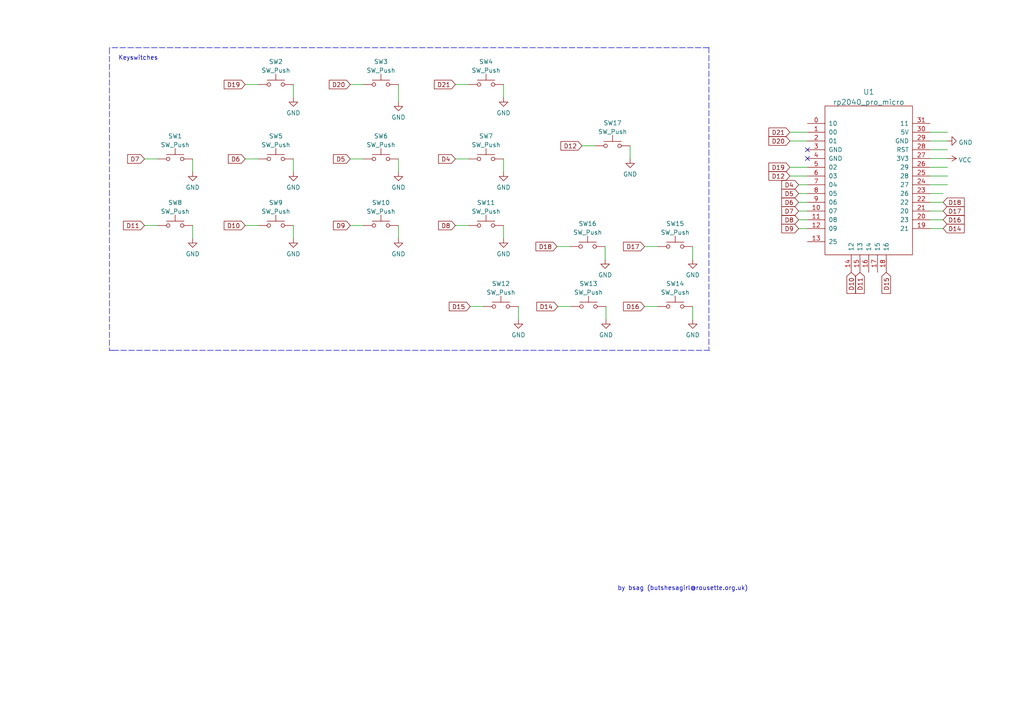
<source format=kicad_sch>
(kicad_sch (version 20211123) (generator eeschema)
  (paper "A4")
  (title_block (title "Nine Nice!Nano") (date "2022-11-12") (rev "v1"))
  (lib_symbols
    (symbol "Matt2Symbols:rp2040_pro_micro_2x13" (pin_names (offset 1.016))
      (property "Reference" "U1" (at 0 26.9441 0))
      (property "Value" "rp2040_pro_micro_2x13" (at 0 23.9507 0))
      (symbol "rp2040_pro_micro_2x13_0_1"
        (rectangle (start -12.7 21.59) (end 12.7 -21.59))
      )
      (symbol "rp2040_pro_micro_2x13_1_1"
        (pin input line (at -17.78 16.51 0) (length 5.08) (name "10") (number "0"))
        (pin input line (at -17.78 13.97 0) (length 5.08) (name "00") (number "1"))
        (pin input line (at -17.78 -8.89 0) (length 5.08) (name "07") (number "10"))
        (pin input line (at -17.78 -11.43 0) (length 5.08) (name "08") (number "11"))
        (pin input line (at -17.78 -13.97 0) (length 5.08) (name "09") (number "12"))
        (pin input line (at -17.78 -17.78 0) (length 5.08) (name "25") (number "13"))
        (pin input line (at -5.08 -26.67 90) (length 5.08) (name "12") (number "14"))
        (pin input line (at -2.54 -26.67 90) (length 5.08) (name "13") (number "15"))
        (pin input line (at 0 -26.67 90) (length 5.08) (name "14") (number "16"))
        (pin input line (at 2.54 -26.67 90) (length 5.08) (name "15") (number "17"))
        (pin input line (at 5.08 -26.67 90) (length 5.08) (name "16") (number "18"))
        (pin input line (at 17.78 -13.97 180) (length 5.08) (name "21") (number "19"))
        (pin input line (at -17.78 11.43 0) (length 5.08) (name "01") (number "2"))
        (pin input line (at 17.78 -11.43 180) (length 5.08) (name "23") (number "20"))
        (pin input line (at 17.78 -8.89 180) (length 5.08) (name "20") (number "21"))
        (pin input line (at 17.78 -6.35 180) (length 5.08) (name "22") (number "22"))
        (pin input line (at 17.78 -3.81 180) (length 5.08) (name "26") (number "23"))
        (pin input line (at 17.78 -1.27 180) (length 5.08) (name "27") (number "24"))
        (pin input line (at 17.78 1.27 180) (length 5.08) (name "28") (number "25"))
        (pin input line (at 17.78 3.81 180) (length 5.08) (name "29") (number "26"))
        (pin input line (at 17.78 6.35 180) (length 5.08) (name "3V3") (number "27"))
        (pin input line (at 17.78 8.89 180) (length 5.08) (name "RST") (number "28"))
        (pin input line (at 17.78 11.43 180) (length 5.08) (name "GND") (number "29"))
        (pin input line (at -17.78 8.89 0) (length 5.08) (name "GND") (number "3"))
        (pin input line (at 17.78 13.97 180) (length 5.08) (name "5V") (number "30"))
        (pin input line (at 17.78 16.51 180) (length 5.08) (name "11") (number "31"))
        (pin input line (at -17.78 6.35 0) (length 5.08) (name "GND") (number "4"))
        (pin input line (at -17.78 3.81 0) (length 5.08) (name "02") (number "5"))
        (pin input line (at -17.78 1.27 0) (length 5.08) (name "03") (number "6"))
        (pin input line (at -17.78 -1.27 0) (length 5.08) (name "04") (number "7"))
        (pin input line (at -17.78 -3.81 0) (length 5.08) (name "05") (number "8"))
        (pin input line (at -17.78 -6.35 0) (length 5.08) (name "06") (number "9"))
      )
    )
    (symbol "Switch:SW_Push" (pin_numbers hide) (pin_names (offset 1.016) hide)
      (property "Reference" "SW" (at 1.27 2.54 0))
      (property "Value" "SW_Push" (at 0 -1.524 0))
      (symbol "SW_Push_0_1"
        (circle (center -2.032 0) (radius 0.508))
        (polyline (pts (xy 0 1.27) (xy 0 3.048)))
        (polyline (pts (xy 2.54 1.27) (xy -2.54 1.27)))
        (circle (center 2.032 0) (radius 0.508))
        (pin passive line (at -5.08 0 0) (length 2.54) (name "1") (number "1"))
        (pin passive line (at 5.08 0 180) (length 2.54) (name "2") (number "2"))
      )
    )
    (symbol "power:GND" (power) (pin_names (offset 0))
      (property "Value" "GND" (at 0 -3.81 0))
      (symbol "GND_0_1"
        (polyline (pts (xy 0 0) (xy 0 -1.27) (xy 1.27 -1.27) (xy 0 -2.54) (xy -1.27 -1.27) (xy 0 -1.27)))
      )
      (symbol "GND_1_1"
        (pin power_in line (at 0 0 270) (length 0) hide (name "GND") (number "1"))
      )
    )
    (symbol "power:VCC" (power) (pin_names (offset 0))
      (property "Value" "VCC" (at 0 3.81 0))
      (symbol "VCC_0_1"
        (polyline (pts (xy -0.762 1.27) (xy 0 2.54)))
        (polyline (pts (xy 0 0) (xy 0 2.54)))
        (polyline (pts (xy 0 2.54) (xy 0.762 1.27)))
      )
      (symbol "VCC_1_1"
        (pin power_in line (at 0 0 90) (length 0) hide (name "VCC") (number "1"))
      )
    )
  )
  (no_connect (at 234.188 43.434))
  (no_connect (at 234.188 45.974))
  (wire (pts (xy 200.914 88.9) (xy 200.914 92.71)))
  (wire (pts (xy 101.6 65.405) (xy 105.41 65.405)))
  (wire (pts (xy 146.05 46.101) (xy 146.05 49.911)))
  (wire (pts (xy 231.648 58.674) (xy 234.188 58.674)))
  (polyline (pts (xy 31.75 101.6) (xy 33.02 101.6)))
  (wire (pts (xy 41.91 65.405) (xy 45.72 65.405)))
  (wire (pts (xy 269.748 56.134) (xy 273.558 56.134)))
  (wire (pts (xy 115.57 46.101) (xy 115.57 49.911)))
  (wire (pts (xy 168.783 42.291) (xy 172.593 42.291)))
  (wire (pts (xy 150.368 88.9) (xy 150.368 92.71)))
  (wire (pts (xy 269.748 43.434) (xy 274.828 43.434)))
  (wire (pts (xy 231.648 56.134) (xy 234.188 56.134)))
  (wire (pts (xy 269.748 61.214) (xy 273.558 61.214)))
  (wire (pts (xy 269.748 48.514) (xy 274.828 48.514)))
  (wire (pts (xy 41.91 46.101) (xy 45.72 46.101)))
  (wire (pts (xy 269.748 45.974) (xy 274.828 45.974)))
  (wire (pts (xy 85.09 46.101) (xy 85.09 49.911)))
  (wire (pts (xy 234.188 51.054) (xy 229.108 51.054)))
  (wire (pts (xy 132.08 46.101) (xy 135.89 46.101)))
  (wire (pts (xy 269.748 66.294) (xy 273.558 66.294)))
  (wire (pts (xy 229.108 38.354) (xy 234.188 38.354)))
  (polyline (pts (xy 31.75 13.97) (xy 31.75 101.6)))
  (wire (pts (xy 161.544 71.501) (xy 165.354 71.501)))
  (wire (pts (xy 269.748 40.894) (xy 274.828 40.894)))
  (wire (pts (xy 101.6 46.101) (xy 105.41 46.101)))
  (wire (pts (xy 132.08 24.511) (xy 135.89 24.511)))
  (wire (pts (xy 55.88 46.101) (xy 55.88 49.911)))
  (wire (pts (xy 269.748 53.594) (xy 274.828 53.594)))
  (wire (pts (xy 146.05 24.511) (xy 146.05 28.321)))
  (wire (pts (xy 231.648 61.214) (xy 234.188 61.214)))
  (wire (pts (xy 269.748 63.754) (xy 273.558 63.754)))
  (polyline (pts (xy 205.613 13.716) (xy 205.613 101.346)))
  (polyline (pts (xy 205.613 13.843) (xy 31.75 13.843)))
  (wire (pts (xy 71.12 46.101) (xy 74.93 46.101)))
  (wire (pts (xy 85.09 65.405) (xy 85.09 69.215)))
  (wire (pts (xy 132.08 65.405) (xy 135.89 65.405)))
  (wire (pts (xy 175.514 71.501) (xy 175.514 75.311)))
  (wire (pts (xy 146.05 65.405) (xy 146.05 69.215)))
  (wire (pts (xy 136.398 88.9) (xy 140.208 88.9)))
  (wire (pts (xy 186.944 71.501) (xy 190.754 71.501)))
  (wire (pts (xy 269.748 58.674) (xy 273.558 58.674)))
  (wire (pts (xy 229.108 48.514) (xy 234.188 48.514)))
  (wire (pts (xy 182.753 42.291) (xy 182.753 46.101)))
  (wire (pts (xy 55.88 65.405) (xy 55.88 69.215)))
  (wire (pts (xy 71.12 65.405) (xy 74.93 65.405)))
  (wire (pts (xy 71.12 24.511) (xy 74.93 24.511)))
  (wire (pts (xy 85.09 24.511) (xy 85.09 28.321)))
  (wire (pts (xy 186.944 88.9) (xy 190.754 88.9)))
  (wire (pts (xy 231.648 53.594) (xy 234.188 53.594)))
  (wire (pts (xy 175.768 88.9) (xy 175.768 92.71)))
  (wire (pts (xy 101.6 24.511) (xy 105.41 24.511)))
  (wire (pts (xy 269.748 51.054) (xy 274.828 51.054)))
  (wire (pts (xy 115.57 65.405) (xy 115.57 69.215)))
  (wire (pts (xy 231.648 63.754) (xy 234.188 63.754)))
  (polyline (pts (xy 205.867 101.6) (xy 31.75 101.6)))
  (wire (pts (xy 161.798 88.9) (xy 165.608 88.9)))
  (wire (pts (xy 269.748 38.354) (xy 274.828 38.354)))
  (wire (pts (xy 231.648 66.294) (xy 234.188 66.294)))
  (wire (pts (xy 229.108 40.894) (xy 234.188 40.894)))
  (wire (pts (xy 115.57 24.511) (xy 115.57 29.591)))
  (wire (pts (xy 200.914 71.501) (xy 200.914 75.311)))
  (text "by bsag (butshesagirl@rousette.org.uk)" (at 179.07 171.45 0) (effects (font (size 1.27 1.27)) (justify left bottom)))
  (text "Keyswitches" (at 34.29 17.653 0) (effects (font (size 1.27 1.27)) (justify left bottom)))
  (global_label "D14" (shape input) (at 273.558 66.294 0) (property "Intersheet References" "${INTERSHEET_REFS}" (effects hide)))
  (global_label "D17" (shape input) (at 273.558 61.214 0) (property "Intersheet References" "${INTERSHEET_REFS}" (effects hide)))
  (global_label "D7" (shape input) (at 41.91 46.101 180) (property "Intersheet References" "${INTERSHEET_REFS}" (effects hide)))
  (global_label "D7" (shape input) (at 231.648 61.214 180) (property "Intersheet References" "${INTERSHEET_REFS}" (effects hide)))
  (global_label "D19" (shape input) (at 229.108 48.514 180) (property "Intersheet References" "${INTERSHEET_REFS}" (effects hide)))
  (global_label "D9" (shape input) (at 101.6 65.405 180) (property "Intersheet References" "${INTERSHEET_REFS}" (effects hide)))
  (global_label "D18" (shape input) (at 273.558 58.674 0) (property "Intersheet References" "${INTERSHEET_REFS}" (effects hide)))
  (global_label "D8" (shape input) (at 231.648 63.754 180) (property "Intersheet References" "${INTERSHEET_REFS}" (effects hide)))
  (global_label "D4" (shape input) (at 132.08 46.101 180) (property "Intersheet References" "${INTERSHEET_REFS}" (effects hide)))
  (global_label "D16" (shape input) (at 273.558 63.754 0) (property "Intersheet References" "${INTERSHEET_REFS}" (effects hide)))
  (global_label "D10" (shape input) (at 246.888 78.994 270) (property "Intersheet References" "${INTERSHEET_REFS}" (effects hide)))
  (global_label "D5" (shape input) (at 101.6 46.101 180) (property "Intersheet References" "${INTERSHEET_REFS}" (effects hide)))
  (global_label "D15" (shape input) (at 257.048 78.994 270) (property "Intersheet References" "${INTERSHEET_REFS}" (effects hide)))
  (global_label "D10" (shape input) (at 71.12 65.405 180) (property "Intersheet References" "${INTERSHEET_REFS}" (effects hide)))
  (global_label "D14" (shape input) (at 161.798 88.9 180) (property "Intersheet References" "${INTERSHEET_REFS}" (effects hide)))
  (global_label "D11" (shape input) (at 41.91 65.405 180) (property "Intersheet References" "${INTERSHEET_REFS}" (effects hide)))
  (global_label "D9" (shape input) (at 231.648 66.294 180) (property "Intersheet References" "${INTERSHEET_REFS}" (effects hide)))
  (global_label "D15" (shape input) (at 136.398 88.9 180) (property "Intersheet References" "${INTERSHEET_REFS}" (effects hide)))
  (global_label "D16" (shape input) (at 186.944 88.9 180) (property "Intersheet References" "${INTERSHEET_REFS}" (effects hide)))
  (global_label "D11" (shape input) (at 249.428 78.994 270) (property "Intersheet References" "${INTERSHEET_REFS}" (effects hide)))
  (global_label "D4" (shape input) (at 231.648 53.594 180) (property "Intersheet References" "${INTERSHEET_REFS}" (effects hide)))
  (global_label "D19" (shape input) (at 71.12 24.511 180) (property "Intersheet References" "${INTERSHEET_REFS}" (effects hide)))
  (global_label "D18" (shape input) (at 161.544 71.501 180) (property "Intersheet References" "${INTERSHEET_REFS}" (effects hide)))
  (global_label "D20" (shape input) (at 229.108 40.894 180) (property "Intersheet References" "${INTERSHEET_REFS}" (effects hide)))
  (global_label "D21" (shape input) (at 132.08 24.511 180) (property "Intersheet References" "${INTERSHEET_REFS}" (effects hide)))
  (global_label "D17" (shape input) (at 186.944 71.501 180) (property "Intersheet References" "${INTERSHEET_REFS}" (effects hide)))
  (global_label "D8" (shape input) (at 132.08 65.405 180) (property "Intersheet References" "${INTERSHEET_REFS}" (effects hide)))
  (global_label "D20" (shape input) (at 101.6 24.511 180) (property "Intersheet References" "${INTERSHEET_REFS}" (effects hide)))
  (global_label "D12" (shape input) (at 168.783 42.291 180) (property "Intersheet References" "${INTERSHEET_REFS}" (effects hide)))
  (global_label "D5" (shape input) (at 231.648 56.134 180) (property "Intersheet References" "${INTERSHEET_REFS}" (effects hide)))
  (global_label "D6" (shape input) (at 231.648 58.674 180) (property "Intersheet References" "${INTERSHEET_REFS}" (effects hide)))
  (global_label "D12" (shape input) (at 229.108 51.054 180) (property "Intersheet References" "${INTERSHEET_REFS}" (effects hide)))
  (global_label "D6" (shape input) (at 71.12 46.101 180) (property "Intersheet References" "${INTERSHEET_REFS}" (effects hide)))
  (global_label "D21" (shape input) (at 229.108 38.354 180) (property "Intersheet References" "${INTERSHEET_REFS}" (effects hide)))
  (symbol (lib_id "Switch:SW_Push") (at 140.97 24.511 0) (unit 1)
    (property "Reference" "SW4" (at 140.97 17.8902 0))
    (property "Value" "SW_Push" (at 140.97 20.4271 0))
    (property "Footprint" "footprints:pg1350-rev-hs-1U" (effects hide))
  )
  (symbol (lib_id "Switch:SW_Push") (at 140.97 65.405 0) (unit 1)
    (property "Reference" "SW11" (at 140.97 58.7842 0))
    (property "Value" "SW_Push" (at 140.97 61.3211 0))
    (property "Footprint" "footprints:pg1350-rev-hs-1U" (effects hide))
  )
  (symbol (lib_id "power:GND") (at 175.514 75.311 0) (unit 1)
    (property "Reference" "#PWR?" (effects hide))
    (property "Value" "GND" (at 175.514 79.7544 0))
  )
  (symbol (lib_id "Switch:SW_Push") (at 50.8 65.405 0) (unit 1)
    (property "Reference" "SW8" (at 50.8 58.7842 0))
    (property "Value" "SW_Push" (at 50.8 61.3211 0))
    (property "Footprint" "footprints:pg1350-rev-hs-1.25U" (effects hide))
  )
  (symbol (lib_id "power:GND") (at 200.914 92.71 0) (unit 1)
    (property "Reference" "#PWR?" (effects hide))
    (property "Value" "GND" (at 200.914 97.1534 0))
  )
  (symbol (lib_id "Switch:SW_Push") (at 80.01 46.101 0) (unit 1)
    (property "Reference" "SW5" (at 80.01 39.4802 0))
    (property "Value" "SW_Push" (at 80.01 42.0171 0))
    (property "Footprint" "footprints:pg1350-rev-hs-1U" (effects hide))
  )
  (symbol (lib_id "power:GND") (at 85.09 69.215 0) (unit 1)
    (property "Reference" "#PWR?" (effects hide))
    (property "Value" "GND" (at 85.09 73.6584 0))
  )
  (symbol (lib_id "power:GND") (at 115.57 69.215 0) (unit 1)
    (property "Reference" "#PWR?" (effects hide))
    (property "Value" "GND" (at 115.57 73.6584 0))
  )
  (symbol (lib_id "Switch:SW_Push") (at 195.834 71.501 0) (unit 1)
    (property "Reference" "SW15" (at 195.834 64.8802 0))
    (property "Value" "SW_Push" (at 195.834 67.4171 0))
    (property "Footprint" "footprints:pg1350-rev-hs-1.25U" (effects hide))
  )
  (symbol (lib_id "Switch:SW_Push") (at 80.01 24.511 0) (unit 1)
    (property "Reference" "SW2" (at 80.01 17.8902 0))
    (property "Value" "SW_Push" (at 80.01 20.4271 0))
    (property "Footprint" "footprints:pg1350-rev-hs-1U" (effects hide))
  )
  (symbol (lib_id "Switch:SW_Push") (at 110.49 46.101 0) (unit 1)
    (property "Reference" "SW6" (at 110.49 39.4802 0))
    (property "Value" "SW_Push" (at 110.49 42.0171 0))
    (property "Footprint" "footprints:pg1350-rev-hs-1U" (effects hide))
  )
  (symbol (lib_id "power:GND") (at 274.828 40.894 90) (unit 1)
    (property "Reference" "#PWR021" (effects hide))
    (property "Value" "GND" (at 278.003 41.3278 90) (effects (justify right)))
  )
  (symbol (lib_id "Switch:SW_Push") (at 110.49 65.405 0) (unit 1)
    (property "Reference" "SW10" (at 110.49 58.7842 0))
    (property "Value" "SW_Push" (at 110.49 61.3211 0))
    (property "Footprint" "footprints:pg1350-rev-hs-1U" (effects hide))
  )
  (symbol (lib_id "Switch:SW_Push") (at 170.688 88.9 0) (unit 1)
    (property "Reference" "SW13" (at 170.688 82.2792 0))
    (property "Value" "SW_Push" (at 170.688 84.8161 0))
    (property "Footprint" "footprints:pg1350-rev-hs-1.25U" (effects hide))
  )
  (symbol (lib_id "power:GND") (at 146.05 28.321 0) (unit 1)
    (property "Reference" "#PWR010" (effects hide))
    (property "Value" "GND" (at 146.05 32.7644 0))
  )
  (symbol (lib_id "power:GND") (at 182.753 46.101 0) (unit 1)
    (property "Reference" "#PWR?" (effects hide))
    (property "Value" "GND" (at 182.753 50.5444 0))
  )
  (symbol (lib_id "Switch:SW_Push") (at 170.434 71.501 0) (unit 1)
    (property "Reference" "SW16" (at 170.434 64.8802 0))
    (property "Value" "SW_Push" (at 170.434 67.4171 0))
    (property "Footprint" "footprints:pg1350-rev-hs-1.25U" (effects hide))
  )
  (symbol (lib_id "power:GND") (at 200.914 75.311 0) (unit 1)
    (property "Reference" "#PWR?" (effects hide))
    (property "Value" "GND" (at 200.914 79.7544 0))
  )
  (symbol (lib_id "power:GND") (at 150.368 92.71 0) (unit 1)
    (property "Reference" "#PWR09" (effects hide))
    (property "Value" "GND" (at 150.368 97.1534 0))
  )
  (symbol (lib_id "Switch:SW_Push") (at 177.673 42.291 0) (unit 1)
    (property "Reference" "SW17" (at 177.673 35.6702 0))
    (property "Value" "SW_Push" (at 177.673 38.2071 0))
    (property "Footprint" "footprints:pg1350-rev-hs-1.25U" (effects hide))
  )
  (symbol (lib_id "Switch:SW_Push") (at 50.8 46.101 0) (unit 1)
    (property "Reference" "SW1" (at 50.8 39.4802 0))
    (property "Value" "SW_Push" (at 50.8 42.0171 0))
    (property "Footprint" "footprints:pg1350-rev-hs-1.25U" (effects hide))
  )
  (symbol (lib_id "Switch:SW_Push") (at 145.288 88.9 0) (unit 1)
    (property "Reference" "SW12" (at 145.288 82.2792 0))
    (property "Value" "SW_Push" (at 145.288 84.8161 0))
    (property "Footprint" "footprints:pg1350-rev-hs-1.25U" (effects hide))
  )
  (symbol (lib_id "power:GND") (at 115.57 29.591 0) (unit 1)
    (property "Reference" "#PWR07" (effects hide))
    (property "Value" "GND" (at 115.57 34.0344 0))
  )
  (symbol (lib_id "power:GND") (at 85.09 49.911 0) (unit 1)
    (property "Reference" "#PWR04" (effects hide))
    (property "Value" "GND" (at 85.09 54.3544 0))
  )
  (symbol (lib_id "Switch:SW_Push") (at 195.834 88.9 0) (unit 1)
    (property "Reference" "SW14" (at 195.834 82.2792 0))
    (property "Value" "SW_Push" (at 195.834 84.8161 0))
    (property "Footprint" "footprints:pg1350-rev-hs-1.25U" (effects hide))
  )
  (symbol (lib_id "power:GND") (at 55.88 69.215 0) (unit 1)
    (property "Reference" "#PWR?" (effects hide))
    (property "Value" "GND" (at 55.88 73.6584 0))
  )
  (symbol (lib_id "power:GND") (at 146.05 49.911 0) (unit 1)
    (property "Reference" "#PWR011" (effects hide))
    (property "Value" "GND" (at 146.05 54.3544 0))
  )
  (symbol (lib_id "power:GND") (at 146.05 69.215 0) (unit 1)
    (property "Reference" "#PWR?" (effects hide))
    (property "Value" "GND" (at 146.05 73.6584 0))
  )
  (symbol (lib_id "power:VCC") (at 274.828 45.974 270) (unit 1)
    (property "Reference" "#PWR022" (effects hide))
    (property "Value" "VCC" (at 278.003 46.4078 90) (effects (justify left)))
  )
  (symbol (lib_id "Matt2Symbols:rp2040_pro_micro_2x13") (at 251.968 52.324 0) (unit 1)
    (property "Reference" "U1" (at 251.968 26.6499 0) (effects (font (size 1.524 1.524))))
    (property "Value" "rp2040_pro_micro" (at 251.968 29.6433 0) (effects (font (size 1.524 1.524))))
    (property "Footprint" "footprints:rp2040_pro_micro_2x13" (effects hide))
  )
  (symbol (lib_id "power:GND") (at 175.768 92.71 0) (unit 1)
    (property "Reference" "#PWR012" (effects hide))
    (property "Value" "GND" (at 175.768 97.1534 0))
  )
  (symbol (lib_id "power:GND") (at 85.09 28.321 0) (unit 1)
    (property "Reference" "#PWR03" (effects hide))
    (property "Value" "GND" (at 85.09 32.7644 0))
  )
  (symbol (lib_id "power:GND") (at 55.88 49.911 0) (unit 1)
    (property "Reference" "#PWR01" (effects hide))
    (property "Value" "GND" (at 55.88 54.3544 0))
  )
  (symbol (lib_id "Switch:SW_Push") (at 110.49 24.511 0) (unit 1)
    (property "Reference" "SW3" (at 110.49 17.8902 0))
    (property "Value" "SW_Push" (at 110.49 20.4271 0))
    (property "Footprint" "footprints:pg1350-rev-hs-1U" (effects hide))
  )
  (symbol (lib_id "Switch:SW_Push") (at 80.01 65.405 0) (unit 1)
    (property "Reference" "SW9" (at 80.01 58.7842 0))
    (property "Value" "SW_Push" (at 80.01 61.3211 0))
    (property "Footprint" "footprints:pg1350-rev-hs-1U" (effects hide))
  )
  (symbol (lib_id "power:GND") (at 115.57 49.911 0) (unit 1)
    (property "Reference" "#PWR08" (effects hide))
    (property "Value" "GND" (at 115.57 54.3544 0))
  )
  (symbol (lib_id "Switch:SW_Push") (at 140.97 46.101 0) (unit 1)
    (property "Reference" "SW7" (at 140.97 39.4802 0))
    (property "Value" "SW_Push" (at 140.97 42.0171 0))
    (property "Footprint" "footprints:pg1350-rev-hs-1U" (effects hide))
  )
)
</source>
